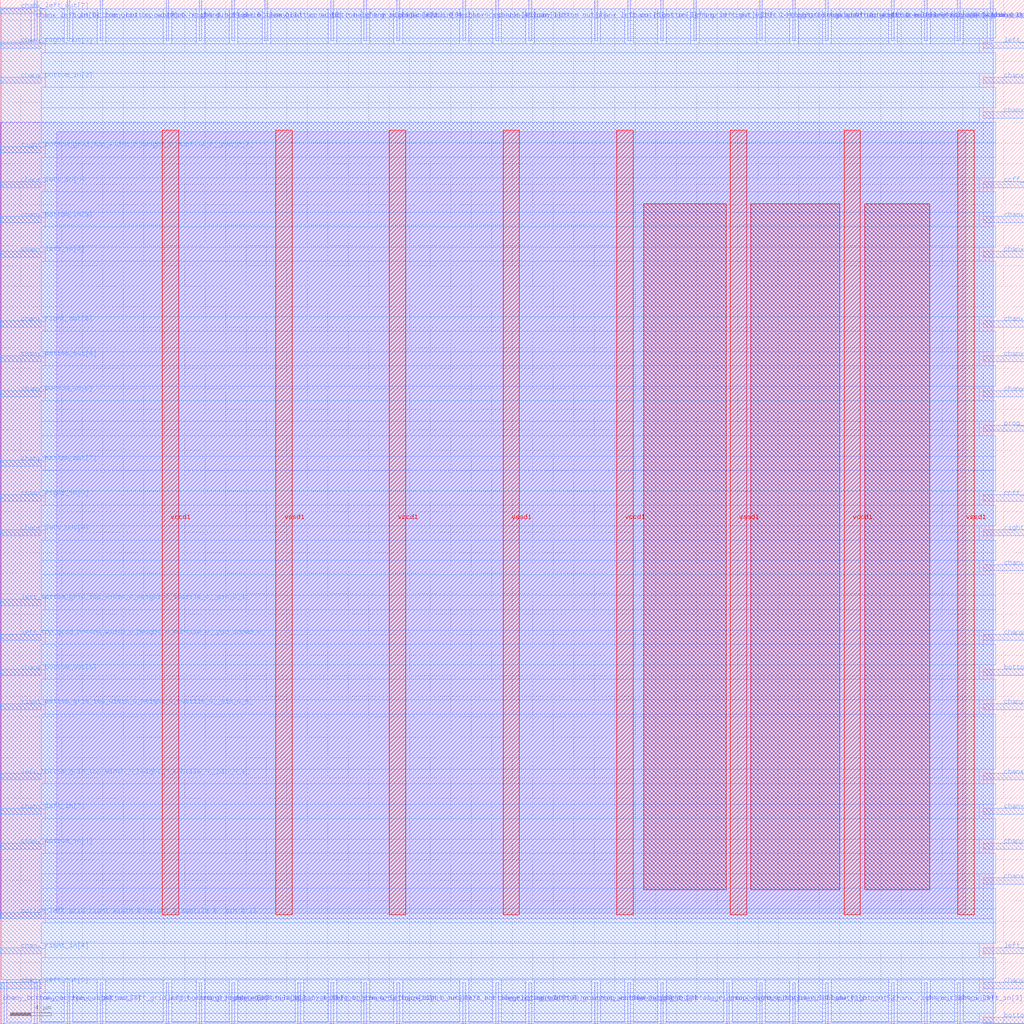
<source format=lef>
VERSION 5.7 ;
  NOWIREEXTENSIONATPIN ON ;
  DIVIDERCHAR "/" ;
  BUSBITCHARS "[]" ;
MACRO sb_1__4_
  CLASS BLOCK ;
  FOREIGN sb_1__4_ ;
  ORIGIN 0.000 0.000 ;
  SIZE 100.000 BY 100.000 ;
  PIN bottom_left_grid_right_width_0_height_0_subtile_0__pin_O_10_
    PORT
      LAYER met2 ;
        RECT 32.290 96.000 32.570 100.000 ;
    END
  END bottom_left_grid_right_width_0_height_0_subtile_0__pin_O_10_
  PIN bottom_left_grid_right_width_0_height_0_subtile_0__pin_O_11_
    PORT
      LAYER met2 ;
        RECT 64.490 96.000 64.770 100.000 ;
    END
  END bottom_left_grid_right_width_0_height_0_subtile_0__pin_O_11_
  PIN bottom_left_grid_right_width_0_height_0_subtile_0__pin_O_12_
    PORT
      LAYER met2 ;
        RECT 9.750 0.000 10.030 4.000 ;
    END
  END bottom_left_grid_right_width_0_height_0_subtile_0__pin_O_12_
  PIN bottom_left_grid_right_width_0_height_0_subtile_0__pin_O_13_
    PORT
      LAYER met3 ;
        RECT 0.000 10.240 4.000 10.840 ;
    END
  END bottom_left_grid_right_width_0_height_0_subtile_0__pin_O_13_
  PIN bottom_left_grid_right_width_0_height_0_subtile_0__pin_O_14_
    PORT
      LAYER met3 ;
        RECT 96.000 0.040 100.000 0.640 ;
    END
  END bottom_left_grid_right_width_0_height_0_subtile_0__pin_O_14_
  PIN bottom_left_grid_right_width_0_height_0_subtile_0__pin_O_8_
    PORT
      LAYER met3 ;
        RECT 96.000 34.040 100.000 34.640 ;
    END
  END bottom_left_grid_right_width_0_height_0_subtile_0__pin_O_8_
  PIN bottom_left_grid_right_width_0_height_0_subtile_0__pin_O_9_
    PORT
      LAYER met2 ;
        RECT 87.030 96.000 87.310 100.000 ;
    END
  END bottom_left_grid_right_width_0_height_0_subtile_0__pin_O_9_
  PIN ccff_head
    PORT
      LAYER met3 ;
        RECT 96.000 51.040 100.000 51.640 ;
    END
  END ccff_head
  PIN ccff_tail
    PORT
      LAYER met3 ;
        RECT 96.000 81.640 100.000 82.240 ;
    END
  END ccff_tail
  PIN chanx_left_in[0]
    PORT
      LAYER met3 ;
        RECT 0.000 81.640 4.000 82.240 ;
    END
  END chanx_left_in[0]
  PIN chanx_left_in[10]
    PORT
      LAYER met2 ;
        RECT 35.510 0.000 35.790 4.000 ;
    END
  END chanx_left_in[10]
  PIN chanx_left_in[1]
    PORT
      LAYER met2 ;
        RECT 48.390 96.000 48.670 100.000 ;
    END
  END chanx_left_in[1]
  PIN chanx_left_in[2]
    PORT
      LAYER met3 ;
        RECT 96.000 68.040 100.000 68.640 ;
    END
  END chanx_left_in[2]
  PIN chanx_left_in[3]
    PORT
      LAYER met2 ;
        RECT 93.470 0.000 93.750 4.000 ;
    END
  END chanx_left_in[3]
  PIN chanx_left_in[4]
    PORT
      LAYER met3 ;
        RECT 0.000 74.840 4.000 75.440 ;
    END
  END chanx_left_in[4]
  PIN chanx_left_in[5]
    PORT
      LAYER met2 ;
        RECT 3.310 96.000 3.590 100.000 ;
    END
  END chanx_left_in[5]
  PIN chanx_left_in[6]
    PORT
      LAYER met2 ;
        RECT 38.730 96.000 39.010 100.000 ;
    END
  END chanx_left_in[6]
  PIN chanx_left_in[7]
    PORT
      LAYER met3 ;
        RECT 0.000 20.440 4.000 21.040 ;
    END
  END chanx_left_in[7]
  PIN chanx_left_in[8]
    PORT
      LAYER met3 ;
        RECT 96.000 88.440 100.000 89.040 ;
    END
  END chanx_left_in[8]
  PIN chanx_left_in[9]
    PORT
      LAYER met3 ;
        RECT 96.000 20.440 100.000 21.040 ;
    END
  END chanx_left_in[9]
  PIN chanx_left_out[0]
    PORT
      LAYER met2 ;
        RECT 67.710 96.000 67.990 100.000 ;
    END
  END chanx_left_out[0]
  PIN chanx_left_out[10]
    PORT
      LAYER met2 ;
        RECT 22.630 0.000 22.910 4.000 ;
    END
  END chanx_left_out[10]
  PIN chanx_left_out[1]
    PORT
      LAYER met3 ;
        RECT 96.000 74.840 100.000 75.440 ;
    END
  END chanx_left_out[1]
  PIN chanx_left_out[2]
    PORT
      LAYER met2 ;
        RECT 77.370 0.000 77.650 4.000 ;
    END
  END chanx_left_out[2]
  PIN chanx_left_out[3]
    PORT
      LAYER met2 ;
        RECT 90.250 96.000 90.530 100.000 ;
    END
  END chanx_left_out[3]
  PIN chanx_left_out[4]
    PORT
      LAYER met3 ;
        RECT 96.000 13.640 100.000 14.240 ;
    END
  END chanx_left_out[4]
  PIN chanx_left_out[5]
    PORT
      LAYER met2 ;
        RECT 58.050 96.000 58.330 100.000 ;
    END
  END chanx_left_out[5]
  PIN chanx_left_out[6]
    PORT
      LAYER met3 ;
        RECT 96.000 78.240 100.000 78.840 ;
    END
  END chanx_left_out[6]
  PIN chanx_left_out[7]
    PORT
      LAYER met3 ;
        RECT 0.000 98.640 4.000 99.240 ;
    END
  END chanx_left_out[7]
  PIN chanx_left_out[8]
    PORT
      LAYER met3 ;
        RECT 0.000 3.440 4.000 4.040 ;
    END
  END chanx_left_out[8]
  PIN chanx_left_out[9]
    PORT
      LAYER met3 ;
        RECT 0.000 47.640 4.000 48.240 ;
    END
  END chanx_left_out[9]
  PIN chanx_right_in[0]
    PORT
      LAYER met2 ;
        RECT 19.410 0.000 19.690 4.000 ;
    END
  END chanx_right_in[0]
  PIN chanx_right_in[10]
    PORT
      LAYER met2 ;
        RECT 45.170 96.000 45.450 100.000 ;
    END
  END chanx_right_in[10]
  PIN chanx_right_in[1]
    PORT
      LAYER met3 ;
        RECT 96.000 64.640 100.000 65.240 ;
    END
  END chanx_right_in[1]
  PIN chanx_right_in[2]
    PORT
      LAYER met3 ;
        RECT 96.000 23.840 100.000 24.440 ;
    END
  END chanx_right_in[2]
  PIN chanx_right_in[3]
    PORT
      LAYER met2 ;
        RECT 61.270 96.000 61.550 100.000 ;
    END
  END chanx_right_in[3]
  PIN chanx_right_in[4]
    PORT
      LAYER met3 ;
        RECT 0.000 6.840 4.000 7.440 ;
    END
  END chanx_right_in[4]
  PIN chanx_right_in[5]
    PORT
      LAYER met2 ;
        RECT 90.250 0.000 90.530 4.000 ;
    END
  END chanx_right_in[5]
  PIN chanx_right_in[6]
    PORT
      LAYER met2 ;
        RECT 35.510 96.000 35.790 100.000 ;
    END
  END chanx_right_in[6]
  PIN chanx_right_in[7]
    PORT
      LAYER met3 ;
        RECT 96.000 91.840 100.000 92.440 ;
    END
  END chanx_right_in[7]
  PIN chanx_right_in[8]
    PORT
      LAYER met2 ;
        RECT 61.270 0.000 61.550 4.000 ;
    END
  END chanx_right_in[8]
  PIN chanx_right_in[9]
    PORT
      LAYER met3 ;
        RECT 0.000 51.040 4.000 51.640 ;
    END
  END chanx_right_in[9]
  PIN chanx_right_out[0]
    PORT
      LAYER met3 ;
        RECT 0.000 68.040 4.000 68.640 ;
    END
  END chanx_right_out[0]
  PIN chanx_right_out[10]
    PORT
      LAYER met3 ;
        RECT 96.000 44.240 100.000 44.840 ;
    END
  END chanx_right_out[10]
  PIN chanx_right_out[1]
    PORT
      LAYER met3 ;
        RECT 0.000 95.240 4.000 95.840 ;
    END
  END chanx_right_out[1]
  PIN chanx_right_out[2]
    PORT
      LAYER met2 ;
        RECT 80.590 0.000 80.870 4.000 ;
    END
  END chanx_right_out[2]
  PIN chanx_right_out[3]
    PORT
      LAYER met2 ;
        RECT 38.730 0.000 39.010 4.000 ;
    END
  END chanx_right_out[3]
  PIN chanx_right_out[4]
    PORT
      LAYER met2 ;
        RECT 70.930 0.000 71.210 4.000 ;
    END
  END chanx_right_out[4]
  PIN chanx_right_out[5]
    PORT
      LAYER met2 ;
        RECT 96.690 96.000 96.970 100.000 ;
    END
  END chanx_right_out[5]
  PIN chanx_right_out[6]
    PORT
      LAYER met2 ;
        RECT 16.190 96.000 16.470 100.000 ;
    END
  END chanx_right_out[6]
  PIN chanx_right_out[7]
    PORT
      LAYER met2 ;
        RECT 6.530 0.000 6.810 4.000 ;
    END
  END chanx_right_out[7]
  PIN chanx_right_out[8]
    PORT
      LAYER met2 ;
        RECT 29.070 0.000 29.350 4.000 ;
    END
  END chanx_right_out[8]
  PIN chanx_right_out[9]
    PORT
      LAYER met2 ;
        RECT 87.030 0.000 87.310 4.000 ;
    END
  END chanx_right_out[9]
  PIN chany_bottom_in[0]
    PORT
      LAYER met3 ;
        RECT 96.000 37.440 100.000 38.040 ;
    END
  END chany_bottom_in[0]
  PIN chany_bottom_in[10]
    PORT
      LAYER met3 ;
        RECT 96.000 17.040 100.000 17.640 ;
    END
  END chany_bottom_in[10]
  PIN chany_bottom_in[1]
    PORT
      LAYER met3 ;
        RECT 0.000 17.040 4.000 17.640 ;
    END
  END chany_bottom_in[1]
  PIN chany_bottom_in[2]
    PORT
      LAYER met3 ;
        RECT 0.000 91.840 4.000 92.440 ;
    END
  END chany_bottom_in[2]
  PIN chany_bottom_in[3]
    PORT
      LAYER met3 ;
        RECT 96.000 3.440 100.000 4.040 ;
    END
  END chany_bottom_in[3]
  PIN chany_bottom_in[4]
    PORT
      LAYER met2 ;
        RECT 19.410 96.000 19.690 100.000 ;
    END
  END chany_bottom_in[4]
  PIN chany_bottom_in[5]
    PORT
      LAYER met3 ;
        RECT 96.000 30.640 100.000 31.240 ;
    END
  END chany_bottom_in[5]
  PIN chany_bottom_in[6]
    PORT
      LAYER met3 ;
        RECT 0.000 61.240 4.000 61.840 ;
    END
  END chany_bottom_in[6]
  PIN chany_bottom_in[7]
    PORT
      LAYER met2 ;
        RECT 74.150 0.000 74.430 4.000 ;
    END
  END chany_bottom_in[7]
  PIN chany_bottom_in[8]
    PORT
      LAYER met3 ;
        RECT 96.000 61.240 100.000 61.840 ;
    END
  END chany_bottom_in[8]
  PIN chany_bottom_in[9]
    PORT
      LAYER met3 ;
        RECT 0.000 78.240 4.000 78.840 ;
    END
  END chany_bottom_in[9]
  PIN chany_bottom_out[0]
    PORT
      LAYER met2 ;
        RECT 9.750 96.000 10.030 100.000 ;
    END
  END chany_bottom_out[0]
  PIN chany_bottom_out[10]
    PORT
      LAYER met2 ;
        RECT 48.390 0.000 48.670 4.000 ;
    END
  END chany_bottom_out[10]
  PIN chany_bottom_out[1]
    PORT
      LAYER met2 ;
        RECT 0.090 0.000 0.370 4.000 ;
    END
  END chany_bottom_out[1]
  PIN chany_bottom_out[2]
    PORT
      LAYER met2 ;
        RECT 58.050 0.000 58.330 4.000 ;
    END
  END chany_bottom_out[2]
  PIN chany_bottom_out[3]
    PORT
      LAYER met2 ;
        RECT 25.850 96.000 26.130 100.000 ;
    END
  END chany_bottom_out[3]
  PIN chany_bottom_out[4]
    PORT
      LAYER met2 ;
        RECT 51.610 96.000 51.890 100.000 ;
    END
  END chany_bottom_out[4]
  PIN chany_bottom_out[5]
    PORT
      LAYER met3 ;
        RECT 0.000 34.040 4.000 34.640 ;
    END
  END chany_bottom_out[5]
  PIN chany_bottom_out[6]
    PORT
      LAYER met3 ;
        RECT 0.000 64.640 4.000 65.240 ;
    END
  END chany_bottom_out[6]
  PIN chany_bottom_out[7]
    PORT
      LAYER met3 ;
        RECT 0.000 54.440 4.000 55.040 ;
    END
  END chany_bottom_out[7]
  PIN chany_bottom_out[8]
    PORT
      LAYER met2 ;
        RECT 3.310 0.000 3.590 4.000 ;
    END
  END chany_bottom_out[8]
  PIN chany_bottom_out[9]
    PORT
      LAYER met2 ;
        RECT 93.470 96.000 93.750 100.000 ;
    END
  END chany_bottom_out[9]
  PIN left_bottom_grid_top_width_0_height_0_subtile_0__pin_O_0_
    PORT
      LAYER met2 ;
        RECT 74.150 96.000 74.430 100.000 ;
    END
  END left_bottom_grid_top_width_0_height_0_subtile_0__pin_O_0_
  PIN left_bottom_grid_top_width_0_height_0_subtile_0__pin_O_1_
    PORT
      LAYER met2 ;
        RECT 45.170 0.000 45.450 4.000 ;
    END
  END left_bottom_grid_top_width_0_height_0_subtile_0__pin_O_1_
  PIN left_bottom_grid_top_width_0_height_0_subtile_0__pin_O_2_
    PORT
      LAYER met3 ;
        RECT 96.000 95.240 100.000 95.840 ;
    END
  END left_bottom_grid_top_width_0_height_0_subtile_0__pin_O_2_
  PIN left_bottom_grid_top_width_0_height_0_subtile_0__pin_O_3_
    PORT
      LAYER met3 ;
        RECT 96.000 6.840 100.000 7.440 ;
    END
  END left_bottom_grid_top_width_0_height_0_subtile_0__pin_O_3_
  PIN left_bottom_grid_top_width_0_height_0_subtile_0__pin_O_4_
    PORT
      LAYER met3 ;
        RECT 0.000 23.840 4.000 24.440 ;
    END
  END left_bottom_grid_top_width_0_height_0_subtile_0__pin_O_4_
  PIN left_bottom_grid_top_width_0_height_0_subtile_0__pin_O_5_
    PORT
      LAYER met3 ;
        RECT 0.000 40.840 4.000 41.440 ;
    END
  END left_bottom_grid_top_width_0_height_0_subtile_0__pin_O_5_
  PIN left_bottom_grid_top_width_0_height_0_subtile_0__pin_O_6_
    PORT
      LAYER met2 ;
        RECT 16.190 0.000 16.470 4.000 ;
    END
  END left_bottom_grid_top_width_0_height_0_subtile_0__pin_O_6_
  PIN left_bottom_grid_top_width_0_height_0_subtile_0__pin_O_7_
    PORT
      LAYER met2 ;
        RECT 32.290 0.000 32.570 4.000 ;
    END
  END left_bottom_grid_top_width_0_height_0_subtile_0__pin_O_7_
  PIN left_top_grid_bottom_width_0_height_0_subtile_0__pin_inpad_0_
    PORT
      LAYER met3 ;
        RECT 0.000 37.440 4.000 38.040 ;
    END
  END left_top_grid_bottom_width_0_height_0_subtile_0__pin_inpad_0_
  PIN prog_clk
    PORT
      LAYER met3 ;
        RECT 96.000 57.840 100.000 58.440 ;
    END
  END prog_clk
  PIN right_bottom_grid_top_width_0_height_0_subtile_0__pin_O_0_
    PORT
      LAYER met2 ;
        RECT 51.610 0.000 51.890 4.000 ;
    END
  END right_bottom_grid_top_width_0_height_0_subtile_0__pin_O_0_
  PIN right_bottom_grid_top_width_0_height_0_subtile_0__pin_O_1_
    PORT
      LAYER met2 ;
        RECT 80.590 96.000 80.870 100.000 ;
    END
  END right_bottom_grid_top_width_0_height_0_subtile_0__pin_O_1_
  PIN right_bottom_grid_top_width_0_height_0_subtile_0__pin_O_2_
    PORT
      LAYER met2 ;
        RECT 77.370 96.000 77.650 100.000 ;
    END
  END right_bottom_grid_top_width_0_height_0_subtile_0__pin_O_2_
  PIN right_bottom_grid_top_width_0_height_0_subtile_0__pin_O_3_
    PORT
      LAYER met2 ;
        RECT 6.530 96.000 6.810 100.000 ;
    END
  END right_bottom_grid_top_width_0_height_0_subtile_0__pin_O_3_
  PIN right_bottom_grid_top_width_0_height_0_subtile_0__pin_O_4_
    PORT
      LAYER met2 ;
        RECT 22.630 96.000 22.910 100.000 ;
    END
  END right_bottom_grid_top_width_0_height_0_subtile_0__pin_O_4_
  PIN right_bottom_grid_top_width_0_height_0_subtile_0__pin_O_5_
    PORT
      LAYER met2 ;
        RECT 64.490 0.000 64.770 4.000 ;
    END
  END right_bottom_grid_top_width_0_height_0_subtile_0__pin_O_5_
  PIN right_bottom_grid_top_width_0_height_0_subtile_0__pin_O_6_
    PORT
      LAYER met3 ;
        RECT 0.000 30.640 4.000 31.240 ;
    END
  END right_bottom_grid_top_width_0_height_0_subtile_0__pin_O_6_
  PIN right_bottom_grid_top_width_0_height_0_subtile_0__pin_O_7_
    PORT
      LAYER met3 ;
        RECT 0.000 85.040 4.000 85.640 ;
    END
  END right_bottom_grid_top_width_0_height_0_subtile_0__pin_O_7_
  PIN right_top_grid_bottom_width_0_height_0_subtile_0__pin_inpad_0_
    PORT
      LAYER met3 ;
        RECT 96.000 47.640 100.000 48.240 ;
    END
  END right_top_grid_bottom_width_0_height_0_subtile_0__pin_inpad_0_
  PIN vccd1
    PORT
      LAYER met4 ;
        RECT 82.400 10.640 84.000 87.280 ;
    END
    PORT
      LAYER met4 ;
        RECT 60.205 10.640 61.805 87.280 ;
    END
    PORT
      LAYER met4 ;
        RECT 38.010 10.640 39.610 87.280 ;
    END
    PORT
      LAYER met4 ;
        RECT 15.815 10.640 17.415 87.280 ;
    END
  END vccd1
  PIN vssd1
    PORT
      LAYER met4 ;
        RECT 93.495 10.640 95.095 87.280 ;
    END
    PORT
      LAYER met4 ;
        RECT 71.300 10.640 72.900 87.280 ;
    END
    PORT
      LAYER met4 ;
        RECT 49.105 10.640 50.705 87.280 ;
    END
    PORT
      LAYER met4 ;
        RECT 26.910 10.640 28.510 87.280 ;
    END
  END vssd1
  OBS
      LAYER li1 ;
        RECT 5.520 10.795 94.300 87.125 ;
      LAYER met1 ;
        RECT 0.070 10.240 96.990 88.020 ;
      LAYER met2 ;
        RECT 0.100 95.720 3.030 99.125 ;
        RECT 3.870 95.720 6.250 99.125 ;
        RECT 7.090 95.720 9.470 99.125 ;
        RECT 10.310 95.720 15.910 99.125 ;
        RECT 16.750 95.720 19.130 99.125 ;
        RECT 19.970 95.720 22.350 99.125 ;
        RECT 23.190 95.720 25.570 99.125 ;
        RECT 26.410 95.720 32.010 99.125 ;
        RECT 32.850 95.720 35.230 99.125 ;
        RECT 36.070 95.720 38.450 99.125 ;
        RECT 39.290 95.720 44.890 99.125 ;
        RECT 45.730 95.720 48.110 99.125 ;
        RECT 48.950 95.720 51.330 99.125 ;
        RECT 52.170 95.720 57.770 99.125 ;
        RECT 58.610 95.720 60.990 99.125 ;
        RECT 61.830 95.720 64.210 99.125 ;
        RECT 65.050 95.720 67.430 99.125 ;
        RECT 68.270 95.720 73.870 99.125 ;
        RECT 74.710 95.720 77.090 99.125 ;
        RECT 77.930 95.720 80.310 99.125 ;
        RECT 81.150 95.720 86.750 99.125 ;
        RECT 87.590 95.720 89.970 99.125 ;
        RECT 90.810 95.720 93.190 99.125 ;
        RECT 94.030 95.720 96.410 99.125 ;
        RECT 0.100 4.280 96.960 95.720 ;
        RECT 0.650 0.155 3.030 4.280 ;
        RECT 3.870 0.155 6.250 4.280 ;
        RECT 7.090 0.155 9.470 4.280 ;
        RECT 10.310 0.155 15.910 4.280 ;
        RECT 16.750 0.155 19.130 4.280 ;
        RECT 19.970 0.155 22.350 4.280 ;
        RECT 23.190 0.155 28.790 4.280 ;
        RECT 29.630 0.155 32.010 4.280 ;
        RECT 32.850 0.155 35.230 4.280 ;
        RECT 36.070 0.155 38.450 4.280 ;
        RECT 39.290 0.155 44.890 4.280 ;
        RECT 45.730 0.155 48.110 4.280 ;
        RECT 48.950 0.155 51.330 4.280 ;
        RECT 52.170 0.155 57.770 4.280 ;
        RECT 58.610 0.155 60.990 4.280 ;
        RECT 61.830 0.155 64.210 4.280 ;
        RECT 65.050 0.155 70.650 4.280 ;
        RECT 71.490 0.155 73.870 4.280 ;
        RECT 74.710 0.155 77.090 4.280 ;
        RECT 77.930 0.155 80.310 4.280 ;
        RECT 81.150 0.155 86.750 4.280 ;
        RECT 87.590 0.155 89.970 4.280 ;
        RECT 90.810 0.155 93.190 4.280 ;
        RECT 94.030 0.155 96.960 4.280 ;
      LAYER met3 ;
        RECT 4.400 98.240 97.210 99.105 ;
        RECT 4.000 96.240 97.210 98.240 ;
        RECT 4.400 94.840 95.600 96.240 ;
        RECT 4.000 92.840 97.210 94.840 ;
        RECT 4.400 91.440 95.600 92.840 ;
        RECT 4.000 89.440 97.210 91.440 ;
        RECT 4.000 88.040 95.600 89.440 ;
        RECT 4.000 86.040 97.210 88.040 ;
        RECT 4.400 84.640 97.210 86.040 ;
        RECT 4.000 82.640 97.210 84.640 ;
        RECT 4.400 81.240 95.600 82.640 ;
        RECT 4.000 79.240 97.210 81.240 ;
        RECT 4.400 77.840 95.600 79.240 ;
        RECT 4.000 75.840 97.210 77.840 ;
        RECT 4.400 74.440 95.600 75.840 ;
        RECT 4.000 69.040 97.210 74.440 ;
        RECT 4.400 67.640 95.600 69.040 ;
        RECT 4.000 65.640 97.210 67.640 ;
        RECT 4.400 64.240 95.600 65.640 ;
        RECT 4.000 62.240 97.210 64.240 ;
        RECT 4.400 60.840 95.600 62.240 ;
        RECT 4.000 58.840 97.210 60.840 ;
        RECT 4.000 57.440 95.600 58.840 ;
        RECT 4.000 55.440 97.210 57.440 ;
        RECT 4.400 54.040 97.210 55.440 ;
        RECT 4.000 52.040 97.210 54.040 ;
        RECT 4.400 50.640 95.600 52.040 ;
        RECT 4.000 48.640 97.210 50.640 ;
        RECT 4.400 47.240 95.600 48.640 ;
        RECT 4.000 45.240 97.210 47.240 ;
        RECT 4.000 43.840 95.600 45.240 ;
        RECT 4.000 41.840 97.210 43.840 ;
        RECT 4.400 40.440 97.210 41.840 ;
        RECT 4.000 38.440 97.210 40.440 ;
        RECT 4.400 37.040 95.600 38.440 ;
        RECT 4.000 35.040 97.210 37.040 ;
        RECT 4.400 33.640 95.600 35.040 ;
        RECT 4.000 31.640 97.210 33.640 ;
        RECT 4.400 30.240 95.600 31.640 ;
        RECT 4.000 24.840 97.210 30.240 ;
        RECT 4.400 23.440 95.600 24.840 ;
        RECT 4.000 21.440 97.210 23.440 ;
        RECT 4.400 20.040 95.600 21.440 ;
        RECT 4.000 18.040 97.210 20.040 ;
        RECT 4.400 16.640 95.600 18.040 ;
        RECT 4.000 14.640 97.210 16.640 ;
        RECT 4.000 13.240 95.600 14.640 ;
        RECT 4.000 11.240 97.210 13.240 ;
        RECT 4.400 9.840 97.210 11.240 ;
        RECT 4.000 7.840 97.210 9.840 ;
        RECT 4.400 6.440 95.600 7.840 ;
        RECT 4.000 4.440 97.210 6.440 ;
        RECT 4.400 3.040 95.600 4.440 ;
        RECT 4.000 1.040 97.210 3.040 ;
        RECT 4.000 0.175 95.600 1.040 ;
      LAYER met4 ;
        RECT 62.855 13.095 70.900 80.065 ;
        RECT 73.300 13.095 82.000 80.065 ;
        RECT 84.400 13.095 90.785 80.065 ;
  END
END sb_1__4_
END LIBRARY


</source>
